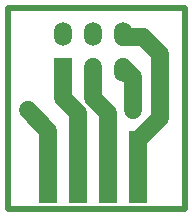
<source format=gbr>
G04 #@! TF.FileFunction,Copper,L1,Top,Signal*
%FSLAX46Y46*%
G04 Gerber Fmt 4.6, Leading zero omitted, Abs format (unit mm)*
G04 Created by KiCad (PCBNEW 4.0.6-e0-6349~52~ubuntu16.10.1) date Sun Mar 26 20:03:33 2017*
%MOMM*%
%LPD*%
G01*
G04 APERTURE LIST*
%ADD10C,0.100000*%
%ADD11C,0.500000*%
%ADD12R,1.524000X6.096000*%
%ADD13R,1.524000X1.998980*%
%ADD14O,1.524000X1.998980*%
%ADD15C,0.600000*%
%ADD16C,1.524000*%
G04 APERTURE END LIST*
D10*
D11*
X111125000Y-55350000D02*
X111125000Y-72350000D01*
X126125000Y-55350000D02*
X111125000Y-55350000D01*
X126125000Y-72350000D02*
X126125000Y-55350000D01*
X111125000Y-72350000D02*
X126125000Y-72350000D01*
D12*
X114565000Y-68800000D03*
X117105000Y-68800000D03*
X119645000Y-68800000D03*
X122185000Y-68800000D03*
D13*
X115860000Y-60618920D03*
D14*
X115860000Y-57581080D03*
X118400000Y-60618920D03*
X118400000Y-57581080D03*
X120940000Y-60618920D03*
X120940000Y-57581080D03*
D15*
X121750000Y-63975000D03*
X112825000Y-63975000D03*
D16*
X121750000Y-63975000D02*
X121750000Y-61180000D01*
X121750000Y-61180000D02*
X120940000Y-60370000D01*
X114565000Y-68800000D02*
X114565000Y-65715000D01*
X114565000Y-65715000D02*
X112825000Y-63975000D01*
X117105000Y-68800000D02*
X117105000Y-64228000D01*
X117105000Y-64228000D02*
X115860000Y-62983000D01*
X115860000Y-62983000D02*
X115860000Y-60370000D01*
X119645000Y-68800000D02*
X119645000Y-64228000D01*
X119645000Y-64228000D02*
X118400000Y-62983000D01*
X118400000Y-62983000D02*
X118400000Y-60370000D01*
X124050000Y-59250000D02*
X122630000Y-57830000D01*
X122630000Y-57830000D02*
X120940000Y-57830000D01*
X124050000Y-64649000D02*
X124050000Y-59250000D01*
X122185000Y-68800000D02*
X122185000Y-66514000D01*
X122185000Y-66514000D02*
X124050000Y-64649000D01*
M02*

</source>
